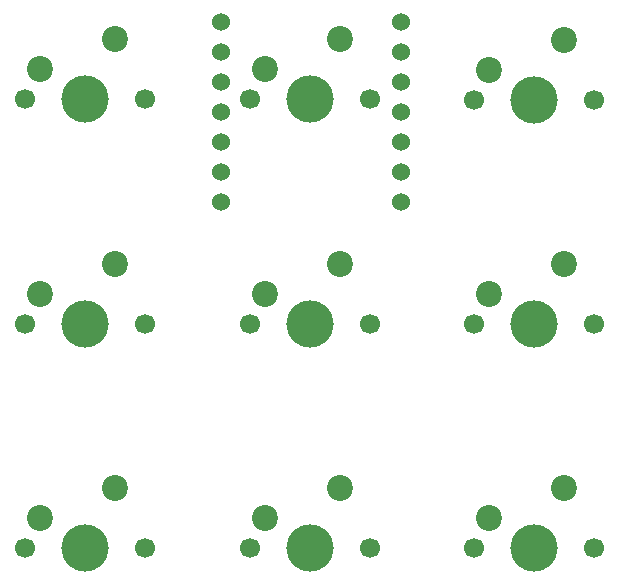
<source format=gbr>
%TF.GenerationSoftware,KiCad,Pcbnew,8.0.5*%
%TF.CreationDate,2024-10-21T01:13:13-05:00*%
%TF.ProjectId,macropad,6d616372-6f70-4616-942e-6b696361645f,rev?*%
%TF.SameCoordinates,Original*%
%TF.FileFunction,Soldermask,Top*%
%TF.FilePolarity,Negative*%
%FSLAX46Y46*%
G04 Gerber Fmt 4.6, Leading zero omitted, Abs format (unit mm)*
G04 Created by KiCad (PCBNEW 8.0.5) date 2024-10-21 01:13:13*
%MOMM*%
%LPD*%
G01*
G04 APERTURE LIST*
%ADD10C,1.700000*%
%ADD11C,4.000000*%
%ADD12C,2.200000*%
%ADD13C,1.524000*%
G04 APERTURE END LIST*
D10*
%TO.C,SW8*%
X130920000Y-97500000D03*
D11*
X136000000Y-97500000D03*
D10*
X141080000Y-97500000D03*
D12*
X138540000Y-92420000D03*
X132190000Y-94960000D03*
%TD*%
D10*
%TO.C,SW3*%
X149920000Y-59540000D03*
D11*
X155000000Y-59540000D03*
D10*
X160080000Y-59540000D03*
D12*
X157540000Y-54460000D03*
X151190000Y-57000000D03*
%TD*%
D10*
%TO.C,SW4*%
X111880000Y-78500000D03*
D11*
X116960000Y-78500000D03*
D10*
X122040000Y-78500000D03*
D12*
X119500000Y-73420000D03*
X113150000Y-75960000D03*
%TD*%
D10*
%TO.C,SW2*%
X130920000Y-59500000D03*
D11*
X136000000Y-59500000D03*
D10*
X141080000Y-59500000D03*
D12*
X138540000Y-54420000D03*
X132190000Y-56960000D03*
%TD*%
D10*
%TO.C,SW1*%
X111920000Y-59500000D03*
D11*
X117000000Y-59500000D03*
D10*
X122080000Y-59500000D03*
D12*
X119540000Y-54420000D03*
X113190000Y-56960000D03*
%TD*%
D10*
%TO.C,SW5*%
X130920000Y-78500000D03*
D11*
X136000000Y-78500000D03*
D10*
X141080000Y-78500000D03*
D12*
X138540000Y-73420000D03*
X132190000Y-75960000D03*
%TD*%
D10*
%TO.C,SW7*%
X111920000Y-97540000D03*
D11*
X117000000Y-97540000D03*
D10*
X122080000Y-97540000D03*
D12*
X119540000Y-92460000D03*
X113190000Y-95000000D03*
%TD*%
D10*
%TO.C,SW9*%
X149920000Y-97500000D03*
D11*
X155000000Y-97500000D03*
D10*
X160080000Y-97500000D03*
D12*
X157540000Y-92420000D03*
X151190000Y-94960000D03*
%TD*%
D10*
%TO.C,SW6*%
X149920000Y-78500000D03*
D11*
X155000000Y-78500000D03*
D10*
X160080000Y-78500000D03*
D12*
X157540000Y-73420000D03*
X151190000Y-75960000D03*
%TD*%
D13*
%TO.C,U1*%
X143740000Y-53000000D03*
X143740000Y-55540000D03*
X143740000Y-58080000D03*
X143740000Y-60620000D03*
X143740000Y-63160000D03*
X143740000Y-65700000D03*
X143740000Y-68240000D03*
X128500000Y-68240000D03*
X128500000Y-65700000D03*
X128500000Y-63160000D03*
X128500000Y-60620000D03*
X128500000Y-58080000D03*
X128500000Y-55540000D03*
X128500000Y-53000000D03*
%TD*%
M02*

</source>
